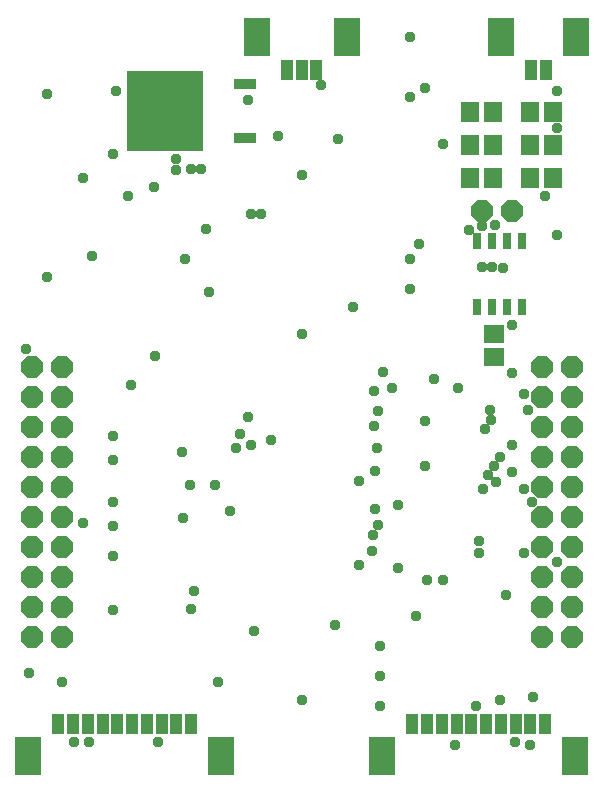
<source format=gbr>
G04 EAGLE Gerber RS-274X export*
G75*
%MOMM*%
%FSLAX34Y34*%
%LPD*%
%INSoldermask Bottom*%
%IPPOS*%
%AMOC8*
5,1,8,0,0,1.08239X$1,22.5*%
G01*
%ADD10R,1.703200X1.503200*%
%ADD11R,1.503200X1.703200*%
%ADD12R,1.003200X1.803200*%
%ADD13R,2.303200X3.203200*%
%ADD14P,1.951982X8X112.500000*%
%ADD15P,1.951982X8X22.500000*%
%ADD16R,0.803200X1.403200*%
%ADD17R,1.905000X0.914400*%
%ADD18R,6.426200X6.756400*%
%ADD19C,0.959600*%


D10*
X416560Y382880D03*
X416560Y363880D03*
D11*
X447700Y571500D03*
X466700Y571500D03*
X447700Y543560D03*
X466700Y543560D03*
D12*
X448410Y607060D03*
X460910Y607060D03*
D13*
X422810Y634560D03*
X486510Y634560D03*
D14*
X406400Y487680D03*
X431800Y487680D03*
D15*
X25400Y355600D03*
X25486Y330289D03*
X50800Y127000D03*
X50800Y152400D03*
X50800Y177800D03*
X50800Y203200D03*
X50800Y228600D03*
X50800Y254000D03*
X50800Y279400D03*
X50800Y304800D03*
X50800Y330200D03*
X50800Y355600D03*
X25509Y304711D03*
X457200Y355600D03*
X457200Y330200D03*
X457200Y304800D03*
X457200Y279400D03*
X457200Y254000D03*
X457200Y228600D03*
X457200Y203200D03*
X457200Y177800D03*
X457200Y152400D03*
X457200Y127000D03*
X25474Y279461D03*
X482600Y127000D03*
X482600Y152400D03*
X482600Y177800D03*
X482600Y203200D03*
X482600Y228600D03*
X482600Y254000D03*
X482600Y279400D03*
X482600Y304800D03*
X482600Y330200D03*
X482600Y355600D03*
X25400Y254000D03*
X25400Y228600D03*
X25400Y203200D03*
X25400Y177800D03*
X25400Y152400D03*
X25400Y127000D03*
D11*
X466700Y515620D03*
X447700Y515620D03*
X415900Y571500D03*
X396900Y571500D03*
X415900Y543560D03*
X396900Y543560D03*
X415900Y515620D03*
X396900Y515620D03*
D16*
X440690Y406340D03*
X427990Y406340D03*
X415290Y406340D03*
X402590Y406340D03*
X402590Y462340D03*
X415290Y462340D03*
X427990Y462340D03*
X440690Y462340D03*
D12*
X160390Y53340D03*
X147890Y53340D03*
X135390Y53340D03*
X122890Y53340D03*
X110390Y53340D03*
X97890Y53340D03*
X85390Y53340D03*
X72890Y53340D03*
X60390Y53340D03*
X47890Y53340D03*
D13*
X185990Y25840D03*
X22290Y25840D03*
D12*
X460110Y53340D03*
X447610Y53340D03*
X435110Y53340D03*
X422610Y53340D03*
X410110Y53340D03*
X397610Y53340D03*
X385110Y53340D03*
X372610Y53340D03*
X360110Y53340D03*
X347610Y53340D03*
D13*
X485710Y25840D03*
X322010Y25840D03*
D12*
X241500Y607060D03*
X254000Y607060D03*
X266500Y607060D03*
D13*
X215900Y634560D03*
X292100Y634560D03*
D17*
X205966Y594871D03*
D18*
X138402Y571871D03*
D17*
X205966Y548871D03*
D19*
X413032Y319302D03*
X445219Y319283D03*
X434340Y38100D03*
X93980Y149860D03*
X132080Y38100D03*
X93980Y220980D03*
X93980Y241300D03*
X93980Y276860D03*
X93980Y297180D03*
X20320Y370840D03*
X386080Y337820D03*
X431800Y350520D03*
X441960Y332740D03*
X284480Y548640D03*
X233680Y551180D03*
X270701Y593664D03*
X208280Y581660D03*
X345440Y635000D03*
X469900Y589280D03*
X469900Y467360D03*
X38100Y586740D03*
X96520Y589280D03*
X68580Y515620D03*
X106680Y500380D03*
X38100Y431800D03*
X335280Y238760D03*
X335280Y185420D03*
X350520Y144780D03*
X302260Y259080D03*
X302260Y187960D03*
X470088Y557421D03*
X459740Y500380D03*
X431800Y391160D03*
X383540Y35560D03*
X73660Y38100D03*
X431800Y289560D03*
X431800Y266700D03*
X418102Y475925D03*
X358140Y309880D03*
X317500Y287020D03*
X469900Y190500D03*
X76200Y449580D03*
X449580Y76200D03*
X281940Y137160D03*
X254000Y73660D03*
X182880Y88900D03*
X50800Y88900D03*
X22860Y96520D03*
X254000Y383540D03*
X93980Y535940D03*
X448666Y241300D03*
X318356Y221684D03*
X345440Y421640D03*
X254000Y518160D03*
X365760Y345440D03*
X160020Y150396D03*
X162560Y165580D03*
X60960Y38100D03*
X447040Y35560D03*
X407942Y251920D03*
X442598Y251780D03*
X213360Y132080D03*
X426720Y162560D03*
X320040Y93980D03*
X330200Y337820D03*
X314960Y335280D03*
X129060Y508000D03*
X129540Y364582D03*
X68580Y223520D03*
X373380Y544548D03*
X424576Y439420D03*
X421716Y279476D03*
X403860Y208280D03*
X441960Y198120D03*
X314348Y213360D03*
X403860Y198120D03*
X320040Y119380D03*
X320040Y68580D03*
X353060Y459740D03*
X358140Y591820D03*
X345440Y447040D03*
X345440Y584200D03*
X93980Y195580D03*
X297180Y406400D03*
X154940Y447040D03*
X160020Y523240D03*
X109220Y340360D03*
X175260Y419100D03*
X172720Y472440D03*
X169108Y523240D03*
X316381Y235101D03*
X313525Y199192D03*
X359692Y175260D03*
X373380Y175260D03*
X406400Y439702D03*
X395404Y471658D03*
X193040Y233680D03*
X411404Y264084D03*
X418160Y257988D03*
X153662Y227289D03*
X358140Y271780D03*
X416560Y271780D03*
X415488Y439702D03*
X406400Y474373D03*
X180340Y255369D03*
X315885Y267439D03*
X159657Y255293D03*
X318404Y318392D03*
X152824Y283273D03*
X414354Y310214D03*
X198120Y287020D03*
X409039Y302677D03*
X323061Y351001D03*
X219908Y485140D03*
X147320Y531436D03*
X211205Y288983D03*
X228101Y293561D03*
X208761Y312901D03*
X210820Y485140D03*
X147320Y522348D03*
X201834Y298354D03*
X314960Y305697D03*
X401320Y68580D03*
X421640Y73660D03*
M02*

</source>
